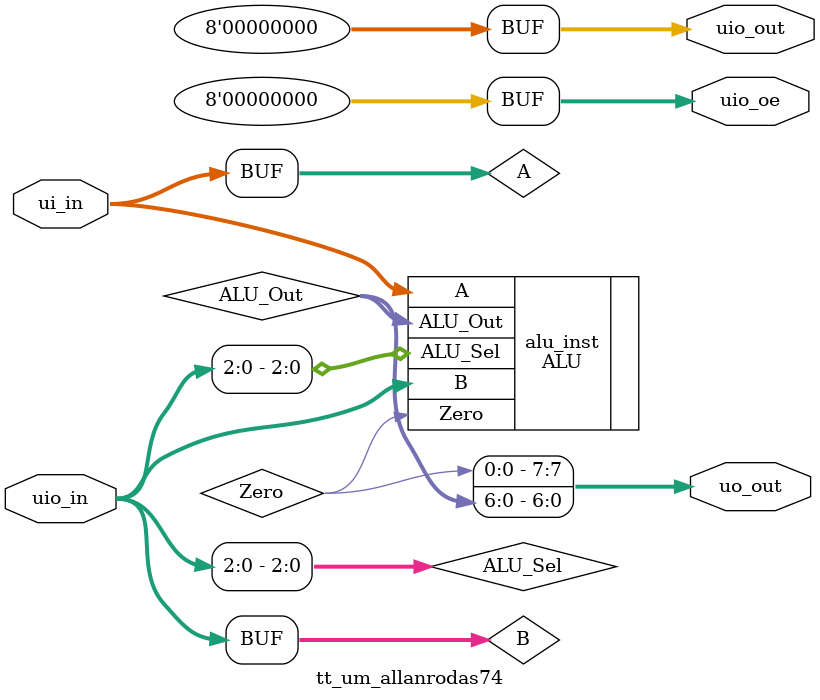
<source format=v>
module tt_um_allanrodas74 (
    input  wire [7:0]  ui_in,     // Pines de entrada
    output wire [7:0]  uo_out,    // Pines de salida
    input  wire [7:0]  uio_in,    // No usado
    output wire [7:0]  uio_out,   // No usado
    output wire [7:0]  uio_oe,    // No usado
  
   
);

    //--------------------------------------------------------------------
    // Mapeo de pines de entrada:
    // ui_in[7:0]   -> A[7:0]
    // uio_in[7:0]  -> B[7:0]
    // uio_in[2:0]  -> ALU_Sel (selector de operación)
    //--------------------------------------------------------------------

    wire [7:0] A = ui_in;         // Entradas A[7:0]
    wire [7:0] B = uio_in;        // Entradas B[7:0]
    wire [2:0] ALU_Sel = uio_in[2:0]; // Selector de operación

    wire [7:0] ALU_Out;
    wire       Zero;

    // Instancia de la ALU
    ALU alu_inst (
        .A(A),
        .B(B),
        .ALU_Sel(ALU_Sel),
        .ALU_Out(ALU_Out),
        .Zero(Zero)
    );

    //--------------------------------------------------------------------
    // Salidas:
    // uo_out[6:0] = Resultado
    // uo_out[7]   = Bandera Zero
    //--------------------------------------------------------------------
    assign uo_out = {Zero, ALU_Out[6:0]};

    // No se utiliza el bus bidireccional
    assign uio_out = 8'b0;
    assign uio_oe  = 8'b0;

endmodule

</source>
